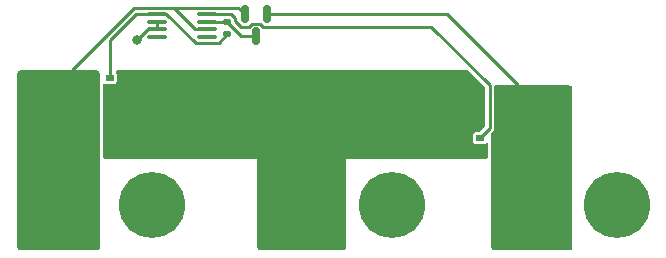
<source format=gbr>
%TF.GenerationSoftware,KiCad,Pcbnew,6.0.2+dfsg-1*%
%TF.CreationDate,2023-02-05T15:08:22-05:00*%
%TF.ProjectId,LTC4414-battery-backup-test,4c544334-3431-4342-9d62-617474657279,rev?*%
%TF.SameCoordinates,Original*%
%TF.FileFunction,Copper,L1,Top*%
%TF.FilePolarity,Positive*%
%FSLAX46Y46*%
G04 Gerber Fmt 4.6, Leading zero omitted, Abs format (unit mm)*
G04 Created by KiCad (PCBNEW 6.0.2+dfsg-1) date 2023-02-05 15:08:22*
%MOMM*%
%LPD*%
G01*
G04 APERTURE LIST*
G04 Aperture macros list*
%AMRoundRect*
0 Rectangle with rounded corners*
0 $1 Rounding radius*
0 $2 $3 $4 $5 $6 $7 $8 $9 X,Y pos of 4 corners*
0 Add a 4 corners polygon primitive as box body*
4,1,4,$2,$3,$4,$5,$6,$7,$8,$9,$2,$3,0*
0 Add four circle primitives for the rounded corners*
1,1,$1+$1,$2,$3*
1,1,$1+$1,$4,$5*
1,1,$1+$1,$6,$7*
1,1,$1+$1,$8,$9*
0 Add four rect primitives between the rounded corners*
20,1,$1+$1,$2,$3,$4,$5,0*
20,1,$1+$1,$4,$5,$6,$7,0*
20,1,$1+$1,$6,$7,$8,$9,0*
20,1,$1+$1,$8,$9,$2,$3,0*%
G04 Aperture macros list end*
%TA.AperFunction,ComponentPad*%
%ADD10C,5.600000*%
%TD*%
%TA.AperFunction,SMDPad,CuDef*%
%ADD11RoundRect,0.100000X-0.712500X-0.100000X0.712500X-0.100000X0.712500X0.100000X-0.712500X0.100000X0*%
%TD*%
%TA.AperFunction,SMDPad,CuDef*%
%ADD12RoundRect,0.135000X0.185000X-0.135000X0.185000X0.135000X-0.185000X0.135000X-0.185000X-0.135000X0*%
%TD*%
%TA.AperFunction,SMDPad,CuDef*%
%ADD13R,0.650000X0.500000*%
%TD*%
%TA.AperFunction,SMDPad,CuDef*%
%ADD14R,4.120000X4.600000*%
%TD*%
%TA.AperFunction,SMDPad,CuDef*%
%ADD15R,0.550000X0.500000*%
%TD*%
%TA.AperFunction,SMDPad,CuDef*%
%ADD16RoundRect,0.150000X-0.150000X0.587500X-0.150000X-0.587500X0.150000X-0.587500X0.150000X0.587500X0*%
%TD*%
%TA.AperFunction,ViaPad*%
%ADD17C,0.800000*%
%TD*%
%TA.AperFunction,Conductor*%
%ADD18C,0.250000*%
%TD*%
G04 APERTURE END LIST*
D10*
%TO.P,H6,1,1*%
%TO.N,GND*%
X100330000Y-105410000D03*
%TD*%
%TO.P,H5,1,1*%
%TO.N,LOAD*%
X92710000Y-105410000D03*
%TD*%
%TO.P,H4,1,1*%
%TO.N,GND*%
X119380000Y-105410000D03*
%TD*%
%TO.P,H3,1,1*%
%TO.N,+BATT*%
X111760000Y-105410000D03*
%TD*%
%TO.P,H2,1,1*%
%TO.N,GND*%
X80010000Y-105410000D03*
%TD*%
%TO.P,H1,1,1*%
%TO.N,+12V*%
X72390000Y-105410000D03*
%TD*%
D11*
%TO.P,U1,1,STAT*%
%TO.N,Net-(Q1-Pad4)*%
X80437500Y-89195000D03*
%TO.P,U1,2,CTL*%
%TO.N,GND*%
X80437500Y-89845000D03*
%TO.P,U1,3,GND*%
X80437500Y-90495000D03*
%TO.P,U1,4,NC*%
%TO.N,unconnected-(U1-Pad4)*%
X80437500Y-91145000D03*
%TO.P,U1,5,NC*%
%TO.N,unconnected-(U1-Pad5)*%
X84662500Y-91145000D03*
%TO.P,U1,6,SENSE*%
%TO.N,+12V*%
X84662500Y-90495000D03*
%TO.P,U1,7,VIN*%
%TO.N,Net-(D1-Pad3)*%
X84662500Y-89845000D03*
%TO.P,U1,8,GATE*%
%TO.N,Net-(Q2-Pad4)*%
X84662500Y-89195000D03*
%TD*%
D12*
%TO.P,R1,1*%
%TO.N,Net-(Q1-Pad4)*%
X86360000Y-90934000D03*
%TO.P,R1,2*%
%TO.N,Net-(D1-Pad3)*%
X86360000Y-89914000D03*
%TD*%
D13*
%TO.P,Q2,1,S*%
%TO.N,LOAD*%
X107740000Y-95885000D03*
%TO.P,Q2,2,S*%
X107740000Y-97155000D03*
%TO.P,Q2,3,S*%
X107740000Y-98425000D03*
%TO.P,Q2,4,G*%
%TO.N,Net-(Q2-Pad4)*%
X107740000Y-99695000D03*
D14*
%TO.P,Q2,5,D*%
%TO.N,+BATT*%
X110955000Y-97790000D03*
D15*
X113290000Y-97155000D03*
X113290000Y-99695000D03*
X113290000Y-95885000D03*
X113290000Y-98425000D03*
%TD*%
D13*
%TO.P,Q1,1,S*%
%TO.N,LOAD*%
X76410000Y-98425000D03*
%TO.P,Q1,2,S*%
X76410000Y-97155000D03*
%TO.P,Q1,3,S*%
X76410000Y-95885000D03*
%TO.P,Q1,4,G*%
%TO.N,Net-(Q1-Pad4)*%
X76410000Y-94615000D03*
D14*
%TO.P,Q1,5,D*%
%TO.N,+12V*%
X73195000Y-96520000D03*
D15*
X70860000Y-97155000D03*
X70860000Y-94615000D03*
X70860000Y-98425000D03*
X70860000Y-95885000D03*
%TD*%
D16*
%TO.P,D1,1,K*%
%TO.N,+BATT*%
X89723000Y-89232500D03*
%TO.P,D1,2,K*%
%TO.N,+12V*%
X87823000Y-89232500D03*
%TO.P,D1,3,A*%
%TO.N,Net-(D1-Pad3)*%
X88773000Y-91107500D03*
%TD*%
D17*
%TO.N,GND*%
X78740000Y-91440000D03*
%TD*%
D18*
%TO.N,GND*%
X78740000Y-91440000D02*
X78740000Y-91429639D01*
X78740000Y-91429639D02*
X79674639Y-90495000D01*
X79674639Y-90495000D02*
X80437500Y-90495000D01*
X80437500Y-89845000D02*
X80437500Y-90495000D01*
%TO.N,Net-(Q1-Pad4)*%
X76410000Y-94615000D02*
X76410000Y-91390718D01*
X76410000Y-91390718D02*
X78605718Y-89195000D01*
X78605718Y-89195000D02*
X80437500Y-89195000D01*
%TO.N,+12V*%
X87823000Y-89232500D02*
X87260980Y-88670480D01*
X87260980Y-88670480D02*
X81812480Y-88670480D01*
%TO.N,+BATT*%
X89723000Y-89232500D02*
X104947500Y-89232500D01*
X104947500Y-89232500D02*
X110955000Y-95240000D01*
X110955000Y-95240000D02*
X110955000Y-97790000D01*
%TO.N,Net-(Q2-Pad4)*%
X107740000Y-99695000D02*
X108570489Y-98864511D01*
X108570489Y-98864511D02*
X108570489Y-95235489D01*
X108570489Y-95235489D02*
X103632000Y-90297000D01*
X103632000Y-90297000D02*
X89371072Y-90297000D01*
X89371072Y-90297000D02*
X89119552Y-90045480D01*
X89119552Y-90045480D02*
X88426448Y-90045480D01*
X88426448Y-90045480D02*
X88177408Y-90294520D01*
X88177408Y-90294520D02*
X87476448Y-90294520D01*
X87476448Y-90294520D02*
X87004520Y-89822592D01*
X87004520Y-89822592D02*
X87004520Y-89544520D01*
X87004520Y-89544520D02*
X86655000Y-89195000D01*
X86655000Y-89195000D02*
X84662500Y-89195000D01*
%TO.N,Net-(D1-Pad3)*%
X88773000Y-91107500D02*
X87553500Y-91107500D01*
X87553500Y-91107500D02*
X86360000Y-89914000D01*
%TO.N,+12V*%
X78494520Y-88670480D02*
X81812480Y-88670480D01*
X84662500Y-90495000D02*
X83637000Y-90495000D01*
X83637000Y-90495000D02*
X81812480Y-88670480D01*
X73195000Y-96520000D02*
X73195000Y-93970000D01*
X73195000Y-93970000D02*
X78494520Y-88670480D01*
%TO.N,Net-(Q1-Pad4)*%
X86360000Y-90934000D02*
X85624480Y-91669520D01*
X85624480Y-91669520D02*
X83674881Y-91669520D01*
X83674881Y-91669520D02*
X81200361Y-89195000D01*
X81200361Y-89195000D02*
X80437500Y-89195000D01*
%TO.N,Net-(D1-Pad3)*%
X84662500Y-89845000D02*
X86291000Y-89845000D01*
X86291000Y-89845000D02*
X86360000Y-89914000D01*
%TD*%
%TA.AperFunction,Conductor*%
%TO.N,+12V*%
G36*
X75323171Y-93982421D02*
G01*
X75383622Y-93994446D01*
X75429042Y-94013260D01*
X75469766Y-94040471D01*
X75504529Y-94075234D01*
X75531740Y-94115958D01*
X75550554Y-94161378D01*
X75562579Y-94221829D01*
X75565000Y-94246411D01*
X75565000Y-108953589D01*
X75562579Y-108978171D01*
X75550554Y-109038622D01*
X75531740Y-109084042D01*
X75504529Y-109124766D01*
X75469766Y-109159529D01*
X75429042Y-109186740D01*
X75383622Y-109205554D01*
X75323171Y-109217579D01*
X75298589Y-109220000D01*
X68846411Y-109220000D01*
X68821829Y-109217579D01*
X68761378Y-109205554D01*
X68715958Y-109186740D01*
X68675234Y-109159529D01*
X68640471Y-109124766D01*
X68613260Y-109084042D01*
X68594446Y-109038622D01*
X68582421Y-108978171D01*
X68580000Y-108953589D01*
X68580000Y-94246411D01*
X68582421Y-94221829D01*
X68594446Y-94161378D01*
X68613260Y-94115958D01*
X68640471Y-94075234D01*
X68675234Y-94040471D01*
X68715958Y-94013260D01*
X68761378Y-93994446D01*
X68821829Y-93982421D01*
X68846411Y-93980000D01*
X75298589Y-93980000D01*
X75323171Y-93982421D01*
G37*
%TD.AperFunction*%
%TD*%
%TA.AperFunction,Conductor*%
%TO.N,+BATT*%
G36*
X115328171Y-95252421D02*
G01*
X115388622Y-95264446D01*
X115434042Y-95283260D01*
X115474766Y-95310471D01*
X115509529Y-95345234D01*
X115536740Y-95385958D01*
X115555554Y-95431378D01*
X115567579Y-95491829D01*
X115570000Y-95516411D01*
X115570000Y-108953589D01*
X115567579Y-108978171D01*
X115555554Y-109038622D01*
X115536740Y-109084042D01*
X115509529Y-109124766D01*
X115474766Y-109159529D01*
X115434042Y-109186740D01*
X115388622Y-109205554D01*
X115328171Y-109217579D01*
X115303589Y-109220000D01*
X108978411Y-109220000D01*
X108953829Y-109217579D01*
X108893378Y-109205554D01*
X108847958Y-109186740D01*
X108807234Y-109159529D01*
X108772471Y-109124766D01*
X108745260Y-109084042D01*
X108726446Y-109038622D01*
X108714421Y-108978171D01*
X108712000Y-108953589D01*
X108712000Y-99311884D01*
X108732002Y-99243763D01*
X108748905Y-99222789D01*
X108800705Y-99170989D01*
X108819453Y-99155847D01*
X108820678Y-99154732D01*
X108829429Y-99149082D01*
X108835876Y-99140904D01*
X108835878Y-99140902D01*
X108850218Y-99122711D01*
X108854164Y-99118270D01*
X108854091Y-99118208D01*
X108857450Y-99114244D01*
X108861127Y-99110567D01*
X108872381Y-99094819D01*
X108875887Y-99090149D01*
X108907645Y-99049864D01*
X108910677Y-99041230D01*
X108916003Y-99033777D01*
X108930692Y-98984661D01*
X108932525Y-98979019D01*
X108946879Y-98938144D01*
X108946879Y-98938143D01*
X108949507Y-98930660D01*
X108949989Y-98925095D01*
X108949989Y-98922387D01*
X108950103Y-98919753D01*
X108950132Y-98919655D01*
X108950296Y-98919662D01*
X108950340Y-98918958D01*
X108952202Y-98912733D01*
X108950086Y-98858876D01*
X108949989Y-98853929D01*
X108949989Y-95376000D01*
X108969991Y-95307879D01*
X109023647Y-95261386D01*
X109075989Y-95250000D01*
X115303589Y-95250000D01*
X115328171Y-95252421D01*
G37*
%TD.AperFunction*%
%TD*%
%TA.AperFunction,Conductor*%
%TO.N,LOAD*%
G36*
X106794237Y-94000002D02*
G01*
X106815211Y-94016905D01*
X108154084Y-95355778D01*
X108188110Y-95418090D01*
X108190989Y-95444873D01*
X108190989Y-98655125D01*
X108170987Y-98723246D01*
X108154085Y-98744220D01*
X107744710Y-99153596D01*
X107682397Y-99187621D01*
X107655614Y-99190501D01*
X107389934Y-99190501D01*
X107354182Y-99197612D01*
X107327874Y-99202844D01*
X107327872Y-99202845D01*
X107315699Y-99205266D01*
X107305379Y-99212161D01*
X107305378Y-99212162D01*
X107244985Y-99252516D01*
X107231516Y-99261516D01*
X107175266Y-99345699D01*
X107160500Y-99419933D01*
X107160501Y-99970066D01*
X107175266Y-100044301D01*
X107231516Y-100128484D01*
X107315699Y-100184734D01*
X107389933Y-100199500D01*
X107739943Y-100199500D01*
X108090066Y-100199499D01*
X108125818Y-100192388D01*
X108152126Y-100187156D01*
X108152128Y-100187155D01*
X108164301Y-100184734D01*
X108174621Y-100177839D01*
X108174622Y-100177838D01*
X108238168Y-100135377D01*
X108248484Y-100128484D01*
X108249421Y-100127082D01*
X108305217Y-100096614D01*
X108376032Y-100101679D01*
X108432868Y-100144226D01*
X108457679Y-100210746D01*
X108458000Y-100219735D01*
X108458000Y-101206589D01*
X108455579Y-101231171D01*
X108443554Y-101291622D01*
X108424740Y-101337042D01*
X108397529Y-101377766D01*
X108362766Y-101412529D01*
X108322042Y-101439740D01*
X108276622Y-101458554D01*
X108216171Y-101470579D01*
X108191589Y-101473000D01*
X96393000Y-101473000D01*
X96393000Y-108953589D01*
X96390579Y-108978171D01*
X96378554Y-109038622D01*
X96359740Y-109084042D01*
X96332529Y-109124766D01*
X96297766Y-109159529D01*
X96257042Y-109186740D01*
X96211622Y-109205554D01*
X96151171Y-109217579D01*
X96126589Y-109220000D01*
X89166411Y-109220000D01*
X89141829Y-109217579D01*
X89081378Y-109205554D01*
X89035958Y-109186740D01*
X88995234Y-109159529D01*
X88960471Y-109124766D01*
X88933260Y-109084042D01*
X88914446Y-109038622D01*
X88902421Y-108978171D01*
X88900000Y-108953589D01*
X88900000Y-101473000D01*
X76085411Y-101473000D01*
X76060829Y-101470579D01*
X76000378Y-101458554D01*
X75954958Y-101439740D01*
X75914234Y-101412529D01*
X75879471Y-101377766D01*
X75852260Y-101337042D01*
X75833446Y-101291622D01*
X75821421Y-101231171D01*
X75819000Y-101206589D01*
X75819000Y-95221637D01*
X75839002Y-95153516D01*
X75892658Y-95107023D01*
X75962932Y-95096919D01*
X75981715Y-95102072D01*
X75985699Y-95104734D01*
X76059933Y-95119500D01*
X76409943Y-95119500D01*
X76760066Y-95119499D01*
X76803486Y-95110863D01*
X76822126Y-95107156D01*
X76822128Y-95107155D01*
X76834301Y-95104734D01*
X76844621Y-95097839D01*
X76844622Y-95097838D01*
X76908168Y-95055377D01*
X76918484Y-95048484D01*
X76974734Y-94964301D01*
X76989500Y-94890067D01*
X76989499Y-94339934D01*
X76982388Y-94304182D01*
X76977156Y-94277874D01*
X76977155Y-94277872D01*
X76974734Y-94265699D01*
X76918484Y-94181516D01*
X76920492Y-94180174D01*
X76894614Y-94132783D01*
X76899679Y-94061968D01*
X76942226Y-94005132D01*
X77008746Y-93980321D01*
X77017735Y-93980000D01*
X106726116Y-93980000D01*
X106794237Y-94000002D01*
G37*
%TD.AperFunction*%
%TD*%
M02*

</source>
